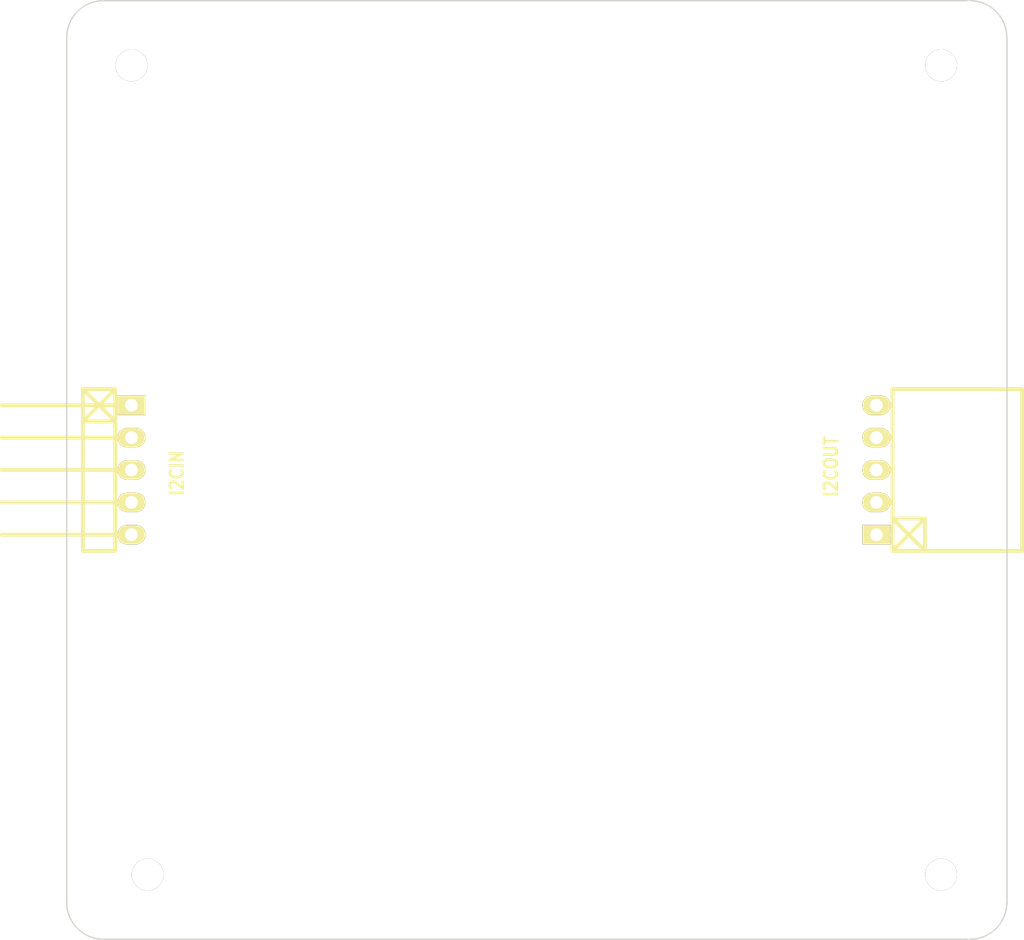
<source format=kicad_pcb>
(kicad_pcb (version 3) (host pcbnew "(2013-june-11)-stable")

  (general
    (links 5)
    (no_connects 5)
    (area 39.485994 106.628399 166.452126 180.391601)
    (thickness 1.6)
    (drawings 8)
    (tracks 0)
    (zones 0)
    (modules 6)
    (nets 6)
  )

  (page A3)
  (layers
    (15 F.Cu signal)
    (0 B.Cu signal)
    (16 B.Adhes user)
    (17 F.Adhes user)
    (18 B.Paste user)
    (19 F.Paste user)
    (20 B.SilkS user)
    (21 F.SilkS user)
    (22 B.Mask user)
    (23 F.Mask user)
    (24 Dwgs.User user)
    (25 Cmts.User user)
    (26 Eco1.User user)
    (27 Eco2.User user)
    (28 Edge.Cuts user)
  )

  (setup
    (last_trace_width 0.254)
    (trace_clearance 0.254)
    (zone_clearance 0.508)
    (zone_45_only no)
    (trace_min 0.254)
    (segment_width 0.2)
    (edge_width 0.1)
    (via_size 0.889)
    (via_drill 0.635)
    (via_min_size 0.889)
    (via_min_drill 0.508)
    (uvia_size 0.508)
    (uvia_drill 0.127)
    (uvias_allowed no)
    (uvia_min_size 0.508)
    (uvia_min_drill 0.127)
    (pcb_text_width 0.3)
    (pcb_text_size 1.5 1.5)
    (mod_edge_width 0.15)
    (mod_text_size 1 1)
    (mod_text_width 0.15)
    (pad_size 1.5 1.5)
    (pad_drill 0.6)
    (pad_to_mask_clearance 0)
    (aux_axis_origin 0 0)
    (visible_elements FFFFFFBF)
    (pcbplotparams
      (layerselection 3178497)
      (usegerberextensions true)
      (excludeedgelayer true)
      (linewidth 0.150000)
      (plotframeref false)
      (viasonmask false)
      (mode 1)
      (useauxorigin false)
      (hpglpennumber 1)
      (hpglpenspeed 20)
      (hpglpendiameter 15)
      (hpglpenoverlay 2)
      (psnegative false)
      (psa4output false)
      (plotreference true)
      (plotvalue true)
      (plotothertext true)
      (plotinvisibletext false)
      (padsonsilk false)
      (subtractmaskfromsilk false)
      (outputformat 1)
      (mirror false)
      (drillshape 1)
      (scaleselection 1)
      (outputdirectory ""))
  )

  (net 0 "")
  (net 1 GND)
  (net 2 N-000005)
  (net 3 N-000006)
  (net 4 SCL)
  (net 5 SDA)

  (net_class Default "This is the default net class."
    (clearance 0.254)
    (trace_width 0.254)
    (via_dia 0.889)
    (via_drill 0.635)
    (uvia_dia 0.508)
    (uvia_drill 0.127)
    (add_net "")
    (add_net GND)
    (add_net N-000005)
    (add_net N-000006)
    (add_net SCL)
    (add_net SDA)
  )

  (module pin_socket_5-90   locked (layer F.Cu) (tedit 5AFDD5C0) (tstamp 5AFDCB59)
    (at 129.54 143.51 90)
    (tags "CONN DEV")
    (path /5AFDC983)
    (fp_text reference J2 (at 0 -2.159 90) (layer F.SilkS) hide
      (effects (font (size 1.016 1.016) (thickness 0.2032)))
    )
    (fp_text value I2COUT (at 0.254 -3.556 90) (layer F.SilkS)
      (effects (font (size 1.016 0.889) (thickness 0.2032)))
    )
    (fp_line (start -6.35 3.81) (end -3.81 3.81) (layer F.SilkS) (width 0.3048))
    (fp_line (start -6.35 1.27) (end -3.81 3.81) (layer F.SilkS) (width 0.3048))
    (fp_line (start -3.81 1.27) (end -6.35 3.81) (layer F.SilkS) (width 0.3048))
    (fp_line (start -6.35 1.27) (end 6.35 1.27) (layer F.SilkS) (width 0.3048))
    (fp_line (start 6.35 1.27) (end 6.35 11.43) (layer F.SilkS) (width 0.3048))
    (fp_line (start 6.35 11.43) (end -6.35 11.43) (layer F.SilkS) (width 0.3048))
    (fp_line (start -3.81 1.27) (end -3.81 3.81) (layer F.SilkS) (width 0.3048))
    (fp_line (start -5.08 0) (end -5.08 1.27) (layer F.SilkS) (width 0.3048))
    (fp_line (start 5.08 0) (end 5.08 1.27) (layer F.SilkS) (width 0.3048))
    (fp_line (start 2.54 0) (end 2.54 1.27) (layer F.SilkS) (width 0.3048))
    (fp_line (start 0 1.27) (end 0 0) (layer F.SilkS) (width 0.3048))
    (fp_line (start -2.54 0) (end -2.54 1.27) (layer F.SilkS) (width 0.3048))
    (fp_line (start -6.35 11.43) (end -6.35 1.27) (layer F.SilkS) (width 0.3048))
    (pad 1 thru_hole rect (at -5.08 0 90) (size 1.524 2.19964) (drill 1.00076)
      (layers *.Cu *.Mask F.SilkS)
      (net 3 N-000006)
    )
    (pad 2 thru_hole oval (at -2.54 0 90) (size 1.524 2.19964) (drill 1.00076)
      (layers *.Cu *.Mask F.SilkS)
      (net 2 N-000005)
    )
    (pad 3 thru_hole oval (at 0 0 90) (size 1.524 2.19964) (drill 1.00076)
      (layers *.Cu *.Mask F.SilkS)
      (net 5 SDA)
    )
    (pad 4 thru_hole oval (at 2.54 0 90) (size 1.524 2.19964) (drill 1.00076)
      (layers *.Cu *.Mask F.SilkS)
      (net 4 SCL)
    )
    (pad 5 thru_hole oval (at 5.08 0 90) (size 1.524 2.19964) (drill 1.00076)
      (layers *.Cu *.Mask F.SilkS)
      (net 1 GND)
    )
    (model walter/pin_strip/pin_strip_5-90.wrl
      (at (xyz 0 0 0))
      (scale (xyz 1 1 1))
      (rotate (xyz 0 0 0))
    )
    (model walter/pin_strip/pin_socket_5.wrl
      (at (xyz 0 -0.1 0.05))
      (scale (xyz 1 1 1))
      (rotate (xyz -90 0 0))
    )
  )

  (module MountingHole_2-5mm_RevA_Date21Jun2010   locked (layer F.Cu) (tedit 5AFDD358) (tstamp 5AFDDEF5)
    (at 72.39 175.26)
    (descr "Mounting hole, Befestigungsbohrung, 2,5mm, No Annular, Kein Restring,")
    (tags "Mounting hole, Befestigungsbohrung, 2,5mm, No Annular, Kein Restring,")
    (fp_text reference MH (at 0 -3.50012) (layer F.SilkS) hide
      (effects (font (size 1.524 1.524) (thickness 0.3048)))
    )
    (fp_text value MountingHole_2-5mm_RevA_Date21Jun2010 (at 0.09906 3.59918) (layer F.SilkS) hide
      (effects (font (size 1.524 1.524) (thickness 0.3048)))
    )
    (fp_circle (center 0 0) (end 2.49936 0) (layer Cmts.User) (width 0.381))
    (pad 1 thru_hole circle (at 0 0) (size 2.49936 2.49936) (drill 2.49936)
      (layers)
    )
  )

  (module MountingHole_2-5mm_RevA_Date21Jun2010   locked (layer F.Cu) (tedit 5AFDD34C) (tstamp 5AFDDF00)
    (at 71.12 111.76)
    (descr "Mounting hole, Befestigungsbohrung, 2,5mm, No Annular, Kein Restring,")
    (tags "Mounting hole, Befestigungsbohrung, 2,5mm, No Annular, Kein Restring,")
    (fp_text reference MH (at 0 -3.50012) (layer F.SilkS) hide
      (effects (font (size 1.524 1.524) (thickness 0.3048)))
    )
    (fp_text value MountingHole_2-5mm_RevA_Date21Jun2010 (at 0.09906 3.59918) (layer F.SilkS) hide
      (effects (font (size 1.524 1.524) (thickness 0.3048)))
    )
    (fp_circle (center 0 0) (end 2.49936 0) (layer Cmts.User) (width 0.381))
    (pad 1 thru_hole circle (at 0 0) (size 2.49936 2.49936) (drill 2.49936)
      (layers)
    )
  )

  (module MountingHole_2-5mm_RevA_Date21Jun2010   locked (layer F.Cu) (tedit 5AFDD345) (tstamp 5AFDDF0B)
    (at 134.62 111.76)
    (descr "Mounting hole, Befestigungsbohrung, 2,5mm, No Annular, Kein Restring,")
    (tags "Mounting hole, Befestigungsbohrung, 2,5mm, No Annular, Kein Restring,")
    (fp_text reference MH (at 0 -3.50012) (layer F.SilkS) hide
      (effects (font (size 1.524 1.524) (thickness 0.3048)))
    )
    (fp_text value MountingHole_2-5mm_RevA_Date21Jun2010 (at 0.09906 3.59918) (layer F.SilkS) hide
      (effects (font (size 1.524 1.524) (thickness 0.3048)))
    )
    (fp_circle (center 0 0) (end 2.49936 0) (layer Cmts.User) (width 0.381))
    (pad 1 thru_hole circle (at 0 0) (size 2.49936 2.49936) (drill 2.49936)
      (layers)
    )
  )

  (module MountingHole_2-5mm_RevA_Date21Jun2010   locked (layer F.Cu) (tedit 5AFDD335) (tstamp 5AFDDF23)
    (at 134.62 175.26)
    (descr "Mounting hole, Befestigungsbohrung, 2,5mm, No Annular, Kein Restring,")
    (tags "Mounting hole, Befestigungsbohrung, 2,5mm, No Annular, Kein Restring,")
    (fp_text reference MH (at 0 -3.50012) (layer F.SilkS) hide
      (effects (font (size 1.524 1.524) (thickness 0.3048)))
    )
    (fp_text value MountingHole_2-5mm_RevA_Date21Jun2010 (at 0.09906 3.59918) (layer F.SilkS) hide
      (effects (font (size 1.524 1.524) (thickness 0.3048)))
    )
    (fp_circle (center 0 0) (end 2.49936 0) (layer Cmts.User) (width 0.381))
    (pad 1 thru_hole circle (at 0 0) (size 2.49936 2.49936) (drill 2.49936)
      (layers)
    )
  )

  (module pin_strip_5-90   locked (layer F.Cu) (tedit 5AFDD5A9) (tstamp 5AFDDF88)
    (at 71.12 143.51 270)
    (descr "Pin strip 5pin 90")
    (tags "CONN DEV")
    (path /5AFDC931)
    (fp_text reference J1 (at 0 -2.159 270) (layer F.SilkS) hide
      (effects (font (size 1.016 1.016) (thickness 0.2032)))
    )
    (fp_text value I2CIN (at 0.254 -3.556 270) (layer F.SilkS)
      (effects (font (size 1.016 0.889) (thickness 0.2032)))
    )
    (fp_line (start -6.35 1.27) (end -3.81 3.81) (layer F.SilkS) (width 0.3048))
    (fp_line (start -3.81 1.27) (end -6.35 3.81) (layer F.SilkS) (width 0.3048))
    (fp_line (start -6.35 1.27) (end 6.35 1.27) (layer F.SilkS) (width 0.3048))
    (fp_line (start 6.35 1.27) (end 6.35 3.81) (layer F.SilkS) (width 0.3048))
    (fp_line (start 6.35 3.81) (end -6.35 3.81) (layer F.SilkS) (width 0.3048))
    (fp_line (start -3.81 1.27) (end -3.81 3.81) (layer F.SilkS) (width 0.3048))
    (fp_line (start -5.08 0) (end -5.08 10.16) (layer F.SilkS) (width 0.3048))
    (fp_line (start 5.08 0) (end 5.08 10.16) (layer F.SilkS) (width 0.3048))
    (fp_line (start 2.54 0) (end 2.54 10.16) (layer F.SilkS) (width 0.3048))
    (fp_line (start 0 10.16) (end 0 0) (layer F.SilkS) (width 0.3048))
    (fp_line (start -2.54 0) (end -2.54 10.16) (layer F.SilkS) (width 0.3048))
    (fp_line (start -6.35 3.81) (end -6.35 1.27) (layer F.SilkS) (width 0.3048))
    (pad 1 thru_hole rect (at -5.08 0 270) (size 1.524 2.19964) (drill 1.00076)
      (layers *.Cu *.Mask F.SilkS)
      (net 1 GND)
    )
    (pad 2 thru_hole oval (at -2.54 0 270) (size 1.524 2.19964) (drill 1.00076)
      (layers *.Cu *.Mask F.SilkS)
      (net 4 SCL)
    )
    (pad 3 thru_hole oval (at 0 0 270) (size 1.524 2.19964) (drill 1.00076)
      (layers *.Cu *.Mask F.SilkS)
      (net 5 SDA)
    )
    (pad 4 thru_hole oval (at 2.54 0 270) (size 1.524 2.19964) (drill 1.00076)
      (layers *.Cu *.Mask F.SilkS)
      (net 2 N-000005)
    )
    (pad 5 thru_hole oval (at 5.08 0 270) (size 1.524 2.19964) (drill 1.00076)
      (layers *.Cu *.Mask F.SilkS)
      (net 3 N-000006)
    )
    (model walter/pin_strip/pin_strip_5-90.wrl
      (at (xyz 0 0 0))
      (scale (xyz 1 1 1))
      (rotate (xyz 0 0 0))
    )
  )

  (gr_arc (start 136.8757 177.44) (end 136.8557 180.34) (angle -90) (layer Edge.Cuts) (width 0.1))
  (gr_arc (start 136.8757 109.58) (end 136.8757 106.68) (angle 90) (layer Edge.Cuts) (width 0.1))
  (gr_line (start 139.7906 109.6462) (end 139.7906 177.5968) (angle 90) (layer Edge.Cuts) (width 0.1))
  (gr_line (start 68.7832 106.68) (end 136.7338 106.68) (angle 90) (layer Edge.Cuts) (width 0.1) (tstamp 5AFDCD81))
  (gr_line (start 68.7832 180.34) (end 136.7338 180.34) (angle 90) (layer Edge.Cuts) (width 0.1))
  (gr_arc (start 68.94 177.4416) (end 66.04 177.4416) (angle -90) (layer Edge.Cuts) (width 0.1))
  (gr_arc (start 68.94 109.5784) (end 66.04 109.5784) (angle 90) (layer Edge.Cuts) (width 0.1))
  (gr_line (start 66.04 177.5968) (end 66.04 109.6462) (angle 90) (layer Edge.Cuts) (width 0.1))

)

</source>
